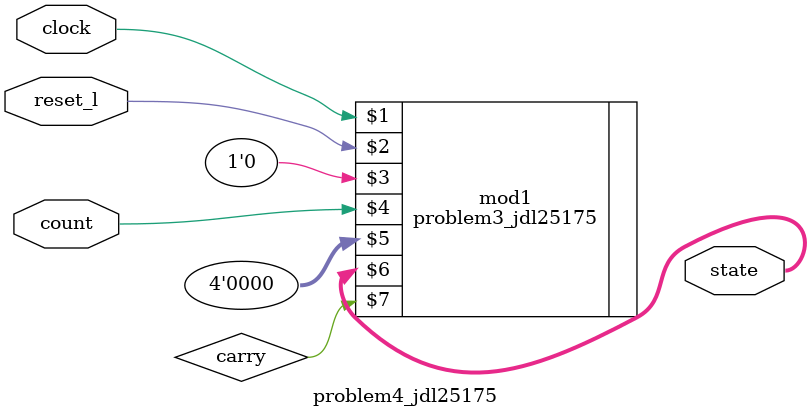
<source format=v>
module problem4_jdl25175(clock, reset_l, count, state);
   input        clock;		// System clock;
   input        reset_l;	// Asynchronous active-low reset;
   input        count;		// Synchronous active-high count enable
   output [3:0] state;		// Counter state

   wire         carry;

   problem3_jdl25175 mod1(clock, reset_l, 1'b0, count, 4'b0000, state, carry);

endmodule
</source>
